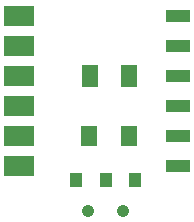
<source format=gbr>
%TF.GenerationSoftware,KiCad,Pcbnew,9.0.0*%
%TF.CreationDate,2025-05-11T17:49:33+05:30*%
%TF.ProjectId,Auto-UPDI-with-switch,4175746f-2d55-4504-9449-2d776974682d,rev?*%
%TF.SameCoordinates,Original*%
%TF.FileFunction,Soldermask,Top*%
%TF.FilePolarity,Negative*%
%FSLAX46Y46*%
G04 Gerber Fmt 4.6, Leading zero omitted, Abs format (unit mm)*
G04 Created by KiCad (PCBNEW 9.0.0) date 2025-05-11 17:49:33*
%MOMM*%
%LPD*%
G01*
G04 APERTURE LIST*
%ADD10R,1.400000X1.900000*%
%ADD11C,1.050000*%
%ADD12R,1.000000X1.200000*%
%ADD13R,2.500000X1.700000*%
%ADD14R,2.000000X1.000000*%
%ADD15R,1.400000X1.700000*%
G04 APERTURE END LIST*
D10*
%TO.C,D5*%
X90425000Y-82550000D03*
X93725000Y-82550000D03*
%TD*%
D11*
%TO.C,SW1*%
X90257500Y-93980000D03*
X93257500Y-93980000D03*
D12*
X89257500Y-91380000D03*
X91757500Y-91380000D03*
X94257500Y-91380000D03*
%TD*%
D13*
%TO.C,J1*%
X84455000Y-90170000D03*
X84455000Y-87630000D03*
X84455000Y-85090000D03*
X84455000Y-82550000D03*
X84455000Y-80010000D03*
X84455000Y-77470000D03*
%TD*%
D14*
%TO.C,J2*%
X97870000Y-77520000D03*
X97870000Y-80060000D03*
X97870000Y-82600000D03*
X97870000Y-85140000D03*
X97870000Y-87680000D03*
X97870000Y-90220000D03*
%TD*%
D15*
%TO.C,R4*%
X90375000Y-87630000D03*
X93775000Y-87630000D03*
%TD*%
M02*

</source>
